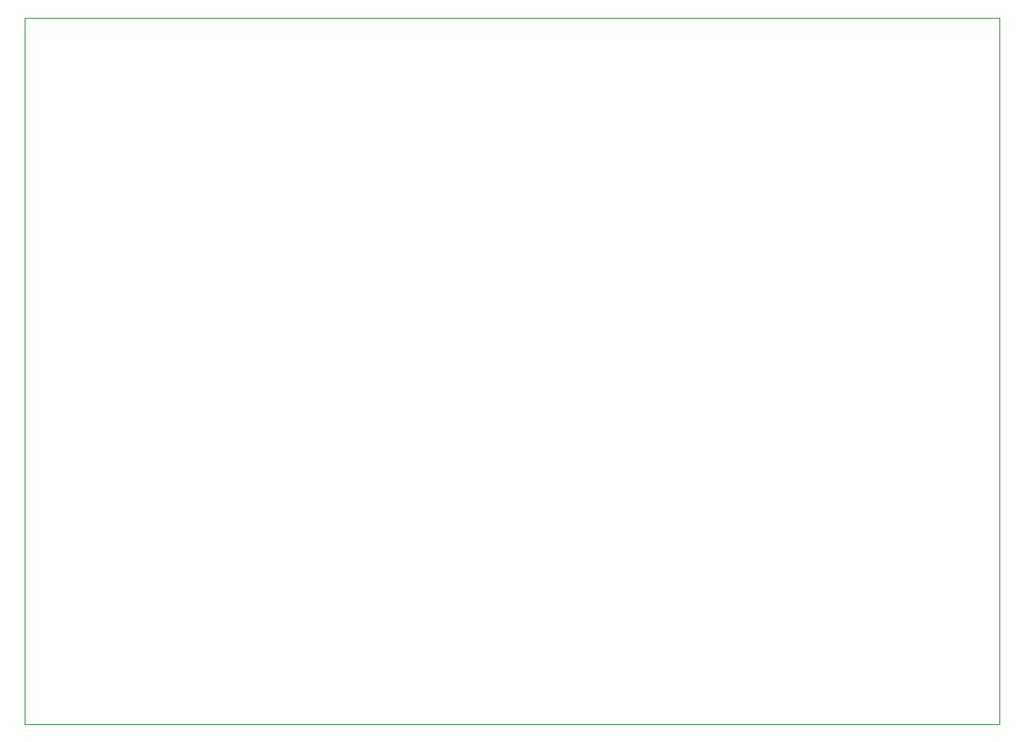
<source format=gbr>
%TF.GenerationSoftware,KiCad,Pcbnew,(7.0.0-0)*%
%TF.CreationDate,2023-02-22T23:02:48-06:00*%
%TF.ProjectId,first_keeb,66697273-745f-46b6-9565-622e6b696361,rev?*%
%TF.SameCoordinates,Original*%
%TF.FileFunction,Profile,NP*%
%FSLAX46Y46*%
G04 Gerber Fmt 4.6, Leading zero omitted, Abs format (unit mm)*
G04 Created by KiCad (PCBNEW (7.0.0-0)) date 2023-02-22 23:02:48*
%MOMM*%
%LPD*%
G01*
G04 APERTURE LIST*
%TA.AperFunction,Profile*%
%ADD10C,0.100000*%
%TD*%
G04 APERTURE END LIST*
D10*
X20110000Y-56490000D02*
X117270000Y-56490000D01*
X117270000Y-56490000D02*
X117270000Y-126880000D01*
X117270000Y-126880000D02*
X20110000Y-126880000D01*
X20110000Y-126880000D02*
X20110000Y-56490000D01*
M02*

</source>
